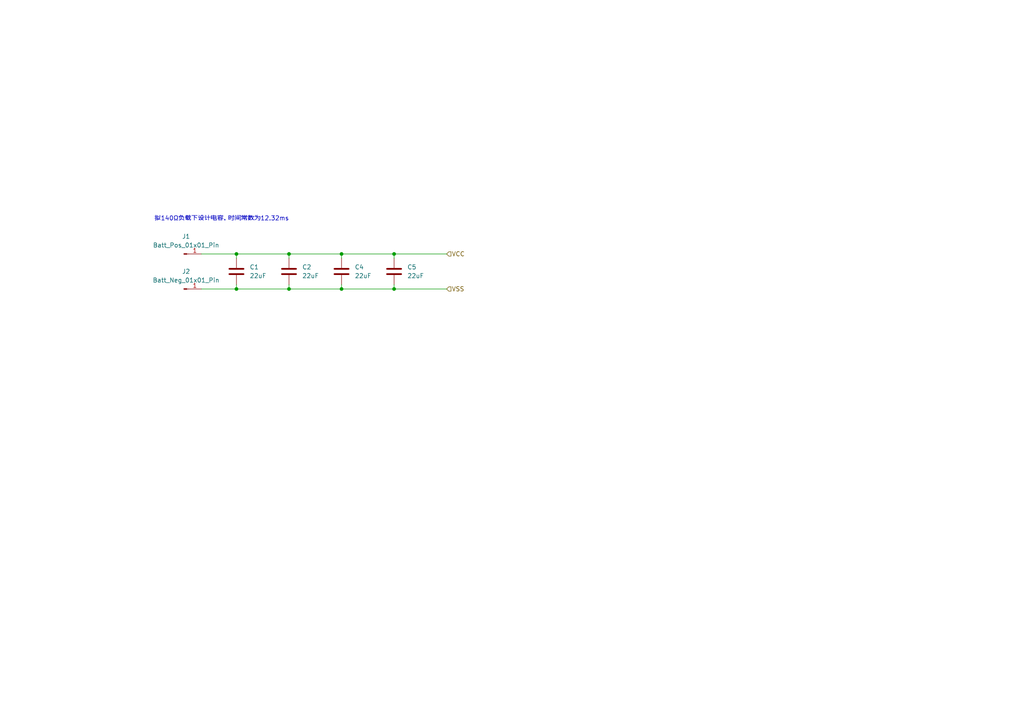
<source format=kicad_sch>
(kicad_sch (version 20231120) (generator "eeschema") (generator_version "8.0")
  (paper "A4")
  (lib_symbols
    (symbol "Library:C_0603" (pin_numbers hide) (pin_names (offset 0.254))
      (property "Reference" "C" (at 0.635 2.54 0))
      (property "Value" "C_0603" (at 0.635 -2.54 0))
      (symbol "C_0603_0_1"
        (polyline (pts (xy -2.032 -0.762) (xy 2.032 -0.762)) (stroke (width 0.508)))
        (polyline (pts (xy -2.032 0.762) (xy 2.032 0.762)) (stroke (width 0.508)))
      )
      (symbol "C_0603_0_2"
        (polyline (pts (xy -2.54 -2.54) (xy -0.381 -0.381)))
        (polyline (pts (xy -0.508 -0.508) (xy -1.651 0.635)) (stroke (width 0.508)))
        (polyline (pts (xy -0.508 -0.508) (xy 0.635 -1.651)) (stroke (width 0.508)))
        (polyline (pts (xy 0.381 0.381) (xy 2.54 2.54)))
        (polyline (pts (xy 0.508 0.508) (xy -0.635 1.651)) (stroke (width 0.508)))
        (polyline (pts (xy 0.508 0.508) (xy 1.651 -0.635)) (stroke (width 0.508)))
      )
      (symbol "C_0603_1_1"
        (pin passive line (at 0 3.81 270) (length 2.794) (name "~") (number "1"))
        (pin passive line (at 0 -3.81 90) (length 2.794) (name "~") (number "2"))
      )
      (symbol "C_0603_1_2"
        (pin passive line (at 2.54 2.54 270) (length 0) (name "~") (number "1"))
        (pin passive line (at -2.54 -2.54 90) (length 0) (name "~") (number "2"))
      )
    )
    (symbol "Library:Conn_01x01_Pin" (pin_names (offset 1.016) hide)
      (property "Reference" "J" (at 0 2.54 0))
      (property "Value" "Conn_01x01_Pin" (at 0 -2.54 0))
      (symbol "Conn_01x01_Pin_1_1"
        (polyline (pts (xy 1.27 0) (xy 0.8636 0)) (stroke (width 0.1524)))
        (rectangle (start 0.8636 0.127) (end 0 -0.127) (stroke (width 0.1524)) (fill (type outline)))
        (pin passive line (at 5.08 0 180) (length 3.81) (name "Pin_1") (number "1"))
      )
    )
  )
  (junction (at 99.06 73.66))
  (junction (at 68.58 83.82))
  (junction (at 83.82 73.66))
  (junction (at 114.3 83.82))
  (junction (at 99.06 83.82))
  (junction (at 83.82 83.82))
  (junction (at 114.3 73.66))
  (junction (at 68.58 73.66))
  (wire (pts (xy 114.3 74.93) (xy 114.3 73.66)))
  (wire (pts (xy 83.82 73.66) (xy 83.82 74.93)))
  (wire (pts (xy 83.82 83.82) (xy 99.06 83.82)))
  (wire (pts (xy 99.06 73.66) (xy 99.06 74.93)))
  (wire (pts (xy 99.06 83.82) (xy 99.06 82.55)))
  (wire (pts (xy 58.42 83.82) (xy 68.58 83.82)))
  (wire (pts (xy 83.82 73.66) (xy 99.06 73.66)))
  (wire (pts (xy 83.82 83.82) (xy 83.82 82.55)))
  (wire (pts (xy 114.3 83.82) (xy 129.54 83.82)))
  (wire (pts (xy 68.58 73.66) (xy 68.58 74.93)))
  (wire (pts (xy 114.3 73.66) (xy 99.06 73.66)))
  (wire (pts (xy 99.06 83.82) (xy 114.3 83.82)))
  (wire (pts (xy 129.54 73.66) (xy 114.3 73.66)))
  (wire (pts (xy 68.58 83.82) (xy 83.82 83.82)))
  (wire (pts (xy 68.58 83.82) (xy 68.58 82.55)))
  (wire (pts (xy 68.58 73.66) (xy 83.82 73.66)))
  (wire (pts (xy 58.42 73.66) (xy 68.58 73.66)))
  (wire (pts (xy 114.3 82.55) (xy 114.3 83.82)))
  (text "拟140Ω负载下设计电容，时间常数为12.32ms" (at 44.704 63.5 0) (effects (font (size 1.27 1.27)) (justify left)))
  (hierarchical_label "VCC" (shape input) (at 129.54 73.66 0))
  (hierarchical_label "VSS" (shape input) (at 129.54 83.82 0))
  (symbol (lib_id "Library:C_0603") (at 99.06 78.74 0) (unit 1)
    (property "Reference" "C4" (at 102.87 77.4699 0) (effects (justify left)))
    (property "Value" "22uF" (at 102.87 80.0099 0) (effects (justify left)))
    (property "Footprint" "PCM_Capacitor_SMD_AKL:C_0603_1608Metric_Pad1.05x0.95mm_HandSolder" (effects (hide yes)))
    (property "Description" "SMD 0603 MLCC capacitor, Alternate KiCad Library" (effects (hide yes)))
    (property "Type" "V226M0603X5R100NKT" (effects (hide yes)))
    (property "Manufacturer" "VIIYONG" (effects (hide yes)))
  )
  (symbol (lib_id "Library:C_0603") (at 83.82 78.74 0) (unit 1)
    (property "Reference" "C2" (at 87.63 77.4699 0) (effects (justify left)))
    (property "Value" "22uF" (at 87.63 80.0099 0) (effects (justify left)))
    (property "Footprint" "PCM_Capacitor_SMD_AKL:C_0603_1608Metric_Pad1.05x0.95mm_HandSolder" (effects (hide yes)))
    (property "Description" "SMD 0603 MLCC capacitor, Alternate KiCad Library" (effects (hide yes)))
    (property "Type" "V226M0603X5R100NKT" (effects (hide yes)))
    (property "Manufacturer" "VIIYONG" (effects (hide yes)))
  )
  (symbol (lib_id "Library:C_0603") (at 114.3 78.74 0) (unit 1)
    (property "Reference" "C5" (at 118.11 77.4699 0) (effects (justify left)))
    (property "Value" "22uF" (at 118.11 80.0099 0) (effects (justify left)))
    (property "Footprint" "PCM_Capacitor_SMD_AKL:C_0603_1608Metric_Pad1.05x0.95mm_HandSolder" (effects (hide yes)))
    (property "Description" "SMD 0603 MLCC capacitor, Alternate KiCad Library" (effects (hide yes)))
    (property "Type" "V226M0603X5R100NKT" (effects (hide yes)))
    (property "Manufacturer" "VIIYONG" (effects (hide yes)))
  )
  (symbol (lib_id "Library:Conn_01x01_Pin") (at 53.34 73.66 0) (unit 1)
    (property "Reference" "J1" (at 53.975 68.58 0))
    (property "Value" "Batt_Pos_01x01_Pin" (at 53.975 71.12 0))
    (property "Footprint" "Battery:BatteryContactSpring_PODING_BC-1120-X-X" (effects (hide yes)))
    (property "Description" "Generic connector, single row, 01x01, script generated" (effects (hide yes)))
    (property "Type" "BC-1220-G" (effects (hide yes)))
    (property "Manufacturer" "PODING" (effects (hide yes)))
  )
  (symbol (lib_id "Library:Conn_01x01_Pin") (at 53.34 83.82 0) (unit 1)
    (property "Reference" "J2" (at 53.975 78.74 0))
    (property "Value" "Batt_Neg_01x01_Pin" (at 53.975 81.28 0))
    (property "Footprint" "Battery:BatteryContactSpring_PODING_BC-1122-X-X" (effects (hide yes)))
    (property "Description" "Generic connector, single row, 01x01, script generated" (effects (hide yes)))
    (property "Type" "BC-1122-G" (effects (hide yes)))
    (property "Manufacturer" "PODING" (effects (hide yes)))
  )
  (symbol (lib_id "Library:C_0603") (at 68.58 78.74 0) (unit 1)
    (property "Reference" "C1" (at 72.39 77.4699 0) (effects (justify left)))
    (property "Value" "22uF" (at 72.39 80.0099 0) (effects (justify left)))
    (property "Footprint" "PCM_Capacitor_SMD_AKL:C_0603_1608Metric_Pad1.05x0.95mm_HandSolder" (effects (hide yes)))
    (property "Description" "SMD 0603 MLCC capacitor, Alternate KiCad Library" (effects (hide yes)))
    (property "Type" "V226M0603X5R100NKT" (effects (hide yes)))
    (property "Manufacturer" "VIIYONG" (effects (hide yes)))
  )
)
</source>
